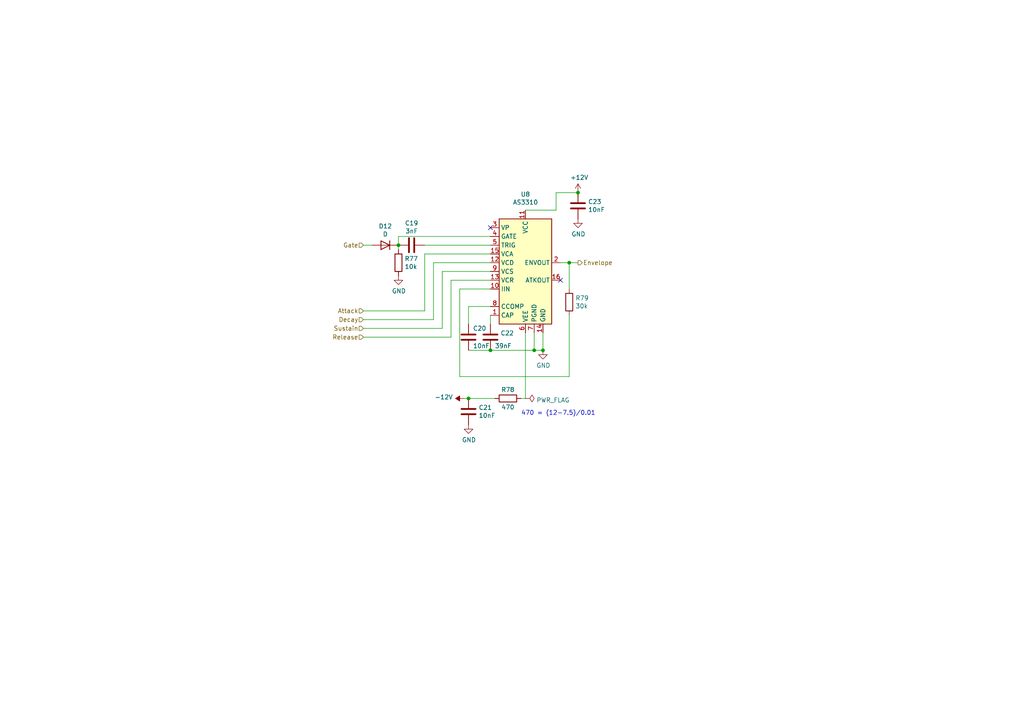
<source format=kicad_sch>
(kicad_sch (version 20211123) (generator eeschema)
  (paper "A4")
  (lib_symbols
    (symbol "Audio:AS3310"
      (property "Reference" "U" (at -5.08 17.78 0))
      (property "Value" "AS3310" (at 5.08 17.78 0))
      (symbol "AS3310_0_1"
        (rectangle (start 7.62 -15.24) (end -7.62 15.24) (stroke (width 0.254)) (fill (type background)))
      )
      (symbol "AS3310_1_1"
        (pin passive line (at -10.16 -12.7 0) (length 2.54) (name "CAP") (number "1"))
        (pin input line (at -10.16 -5.08 0) (length 2.54) (name "IIN") (number "10"))
        (pin power_in line (at 0 17.78 270) (length 2.54) (name "VCC") (number "11"))
        (pin input line (at -10.16 2.54 0) (length 2.54) (name "VCD") (number "12"))
        (pin input line (at -10.16 -2.54 0) (length 2.54) (name "VCR") (number "13"))
        (pin power_in line (at 5.08 -17.78 90) (length 2.54) (name "GND") (number "14"))
        (pin input line (at -10.16 5.08 0) (length 2.54) (name "VCA") (number "15"))
        (pin output line (at 10.16 -2.54 180) (length 2.54) (name "ATKOUT") (number "16"))
        (pin output line (at 10.16 2.54 180) (length 2.54) (name "ENVOUT") (number "2"))
        (pin input line (at -10.16 12.7 0) (length 2.54) (name "VP") (number "3"))
        (pin input line (at -10.16 10.16 0) (length 2.54) (name "GATE") (number "4"))
        (pin input line (at -10.16 7.62 0) (length 2.54) (name "TRIG") (number "5"))
        (pin power_in line (at 0 -17.78 90) (length 2.54) (name "VEE") (number "6"))
        (pin power_in line (at 2.54 -17.78 90) (length 2.54) (name "PGND") (number "7"))
        (pin passive line (at -10.16 -10.16 0) (length 2.54) (name "CCOMP") (number "8"))
        (pin input line (at -10.16 0 0) (length 2.54) (name "VCS") (number "9"))
      )
    )
    (symbol "Device:C" (pin_numbers hide) (pin_names (offset 0.254))
      (property "Reference" "C" (at 0.635 2.54 0))
      (property "Value" "C" (at 0.635 -2.54 0))
      (symbol "C_0_1"
        (polyline (pts (xy -2.032 -0.762) (xy 2.032 -0.762)) (stroke (width 0.508)))
        (polyline (pts (xy -2.032 0.762) (xy 2.032 0.762)) (stroke (width 0.508)))
      )
      (symbol "C_1_1"
        (pin passive line (at 0 3.81 270) (length 2.794) (name "~") (number "1"))
        (pin passive line (at 0 -3.81 90) (length 2.794) (name "~") (number "2"))
      )
    )
    (symbol "Device:D" (pin_numbers hide) (pin_names (offset 1.016) hide)
      (property "Reference" "D" (at 0 2.54 0))
      (property "Value" "D" (at 0 -2.54 0))
      (symbol "D_0_1"
        (polyline (pts (xy -1.27 1.27) (xy -1.27 -1.27)) (stroke (width 0.254)))
        (polyline (pts (xy 1.27 0) (xy -1.27 0)))
        (polyline (pts (xy 1.27 1.27) (xy 1.27 -1.27) (xy -1.27 0) (xy 1.27 1.27)) (stroke (width 0.254)))
      )
      (symbol "D_1_1"
        (pin passive line (at -3.81 0 0) (length 2.54) (name "K") (number "1"))
        (pin passive line (at 3.81 0 180) (length 2.54) (name "A") (number "2"))
      )
    )
    (symbol "Device:R" (pin_numbers hide) (pin_names (offset 0))
      (property "Reference" "R" (at 2.032 0 90))
      (property "Value" "R" (at 0 0 90))
      (symbol "R_0_1"
        (rectangle (start -1.016 -2.54) (end 1.016 2.54) (stroke (width 0.254)))
      )
      (symbol "R_1_1"
        (pin passive line (at 0 3.81 270) (length 1.27) (name "~") (number "1"))
        (pin passive line (at 0 -3.81 90) (length 1.27) (name "~") (number "2"))
      )
    )
    (symbol "power:+12V" (power) (pin_names (offset 0))
      (property "Value" "+12V" (at 0 3.556 0))
      (symbol "+12V_0_1"
        (polyline (pts (xy -0.762 1.27) (xy 0 2.54)))
        (polyline (pts (xy 0 0) (xy 0 2.54)))
        (polyline (pts (xy 0 2.54) (xy 0.762 1.27)))
      )
      (symbol "+12V_1_1"
        (pin power_in line (at 0 0 90) (length 0) hide (name "+12V") (number "1"))
      )
    )
    (symbol "power:-12V" (power) (pin_names (offset 0))
      (property "Value" "-12V" (at 0 3.81 0))
      (symbol "-12V_0_0"
        (pin power_in line (at 0 0 90) (length 0) hide (name "-12V") (number "1"))
      )
      (symbol "-12V_0_1"
        (polyline (pts (xy 0 0) (xy 0 1.27) (xy 0.762 1.27) (xy 0 2.54) (xy -0.762 1.27) (xy 0 1.27)) (fill (type outline)))
      )
    )
    (symbol "power:GND" (power) (pin_names (offset 0))
      (property "Value" "GND" (at 0 -3.81 0))
      (symbol "GND_0_1"
        (polyline (pts (xy 0 0) (xy 0 -1.27) (xy 1.27 -1.27) (xy 0 -2.54) (xy -1.27 -1.27) (xy 0 -1.27)))
      )
      (symbol "GND_1_1"
        (pin power_in line (at 0 0 270) (length 0) hide (name "GND") (number "1"))
      )
    )
    (symbol "power:PWR_FLAG" (power) (pin_numbers hide) (pin_names (offset 0) hide)
      (property "Value" "PWR_FLAG" (at 0 3.81 0))
      (symbol "PWR_FLAG_0_0"
        (pin power_out line (at 0 0 90) (length 0) (name "pwr") (number "1"))
      )
      (symbol "PWR_FLAG_0_1"
        (polyline (pts (xy 0 0) (xy 0 1.27) (xy -1.016 1.905) (xy 0 2.54) (xy 1.016 1.905) (xy 0 1.27)))
      )
    )
  )
  (junction (at 165.1 76.2))
  (junction (at 115.57 71.12))
  (junction (at 154.94 101.6))
  (junction (at 167.64 55.88))
  (junction (at 157.48 101.6))
  (junction (at 135.89 115.57))
  (junction (at 142.24 101.6))
  (no_connect (at 142.24 66.04))
  (no_connect (at 162.56 81.28))
  (wire (pts (xy 161.29 55.88) (xy 161.29 60.96)))
  (wire (pts (xy 167.64 55.88) (xy 161.29 55.88)))
  (wire (pts (xy 152.4 96.52) (xy 152.4 115.57)))
  (wire (pts (xy 142.24 73.66) (xy 123.19 73.66)))
  (wire (pts (xy 142.24 91.44) (xy 142.24 93.98)))
  (wire (pts (xy 130.81 97.79) (xy 105.41 97.79)))
  (wire (pts (xy 115.57 71.12) (xy 115.57 72.39)))
  (wire (pts (xy 142.24 76.2) (xy 125.73 76.2)))
  (wire (pts (xy 135.89 101.6) (xy 142.24 101.6)))
  (wire (pts (xy 152.4 115.57) (xy 151.13 115.57)))
  (wire (pts (xy 115.57 68.58) (xy 115.57 71.12)))
  (wire (pts (xy 115.57 68.58) (xy 142.24 68.58)))
  (wire (pts (xy 165.1 91.44) (xy 165.1 109.22)))
  (wire (pts (xy 142.24 101.6) (xy 154.94 101.6)))
  (wire (pts (xy 128.27 95.25) (xy 105.41 95.25)))
  (wire (pts (xy 123.19 73.66) (xy 123.19 90.17)))
  (wire (pts (xy 154.94 101.6) (xy 157.48 101.6)))
  (wire (pts (xy 165.1 76.2) (xy 167.64 76.2)))
  (wire (pts (xy 125.73 76.2) (xy 125.73 92.71)))
  (wire (pts (xy 107.95 71.12) (xy 105.41 71.12)))
  (wire (pts (xy 125.73 92.71) (xy 105.41 92.71)))
  (wire (pts (xy 130.81 81.28) (xy 130.81 97.79)))
  (wire (pts (xy 154.94 96.52) (xy 154.94 101.6)))
  (wire (pts (xy 142.24 81.28) (xy 130.81 81.28)))
  (wire (pts (xy 167.64 57.15) (xy 167.64 55.88)))
  (wire (pts (xy 123.19 71.12) (xy 142.24 71.12)))
  (wire (pts (xy 135.89 115.57) (xy 143.51 115.57)))
  (wire (pts (xy 135.89 93.98) (xy 135.89 88.9)))
  (wire (pts (xy 165.1 109.22) (xy 133.35 109.22)))
  (wire (pts (xy 133.35 109.22) (xy 133.35 83.82)))
  (wire (pts (xy 133.35 83.82) (xy 142.24 83.82)))
  (wire (pts (xy 142.24 78.74) (xy 128.27 78.74)))
  (wire (pts (xy 165.1 76.2) (xy 165.1 83.82)))
  (wire (pts (xy 157.48 96.52) (xy 157.48 101.6)))
  (wire (pts (xy 152.4 60.96) (xy 161.29 60.96)))
  (wire (pts (xy 162.56 76.2) (xy 165.1 76.2)))
  (wire (pts (xy 134.62 115.57) (xy 135.89 115.57)))
  (wire (pts (xy 135.89 88.9) (xy 142.24 88.9)))
  (wire (pts (xy 128.27 78.74) (xy 128.27 95.25)))
  (wire (pts (xy 123.19 90.17) (xy 105.41 90.17)))
  (text "470 = (12-7.5)/0.01" (at 151.13 120.65 0) (effects (font (size 1.27 1.27)) (justify left bottom)))
  (hierarchical_label "Envelope" (shape output) (at 167.64 76.2 0))
  (hierarchical_label "Attack" (shape input) (at 105.41 90.17 180))
  (hierarchical_label "Release" (shape input) (at 105.41 97.79 180))
  (hierarchical_label "Gate" (shape input) (at 105.41 71.12 180))
  (hierarchical_label "Decay" (shape input) (at 105.41 92.71 180))
  (hierarchical_label "Sustain" (shape input) (at 105.41 95.25 180))
  (symbol (lib_id "Device:D") (at 111.76 71.12 180) (unit 1)
    (property "Reference" "D12" (at 111.76 65.6082 0))
    (property "Value" "D" (at 111.76 67.9196 0))
    (property "Footprint" "Diode_THT:D_A-405_P7.62mm_Horizontal" (effects hide))
  )
  (symbol (lib_id "power:GND") (at 115.57 80.01 0) (unit 1)
    (property "Reference" "#PWR075" (effects hide))
    (property "Value" "GND" (at 115.697 84.4042 0))
  )
  (symbol (lib_id "Device:R") (at 115.57 76.2 0) (unit 1)
    (property "Reference" "R77" (at 117.348 75.0316 0) (effects (justify left)))
    (property "Value" "10k" (at 117.348 77.343 0) (effects (justify left)))
    (property "Footprint" "Resistor_SMD:R_1206_3216Metric_Pad1.30x1.75mm_HandSolder" (effects hide))
  )
  (symbol (lib_id "Device:C") (at 119.38 71.12 90) (unit 1)
    (property "Reference" "C19" (at 119.38 64.7192 90))
    (property "Value" "3nF" (at 119.38 67.0306 90))
    (property "Footprint" "Capacitor_THT:C_Disc_D5.1mm_W3.2mm_P5.00mm" (effects hide))
  )
  (symbol (lib_id "power:GND") (at 157.48 101.6 0) (unit 1)
    (property "Reference" "#PWR078" (effects hide))
    (property "Value" "GND" (at 157.607 105.9942 0))
  )
  (symbol (lib_id "Audio:AS3310") (at 152.4 78.74 0) (unit 1)
    (property "Reference" "U8" (at 152.4 56.3626 0))
    (property "Value" "AS3310" (at 152.4 58.674 0))
    (property "Footprint" "Package_DIP:DIP-16_W7.62mm" (effects hide))
    (property "Datasheet" "http://www.alfarzpp.lv/eng/sc/AS3310.pdf" (effects hide))
  )
  (symbol (lib_id "Device:R") (at 165.1 87.63 0) (unit 1)
    (property "Reference" "R79" (at 166.878 86.4616 0) (effects (justify left)))
    (property "Value" "30k" (at 166.878 88.773 0) (effects (justify left)))
    (property "Footprint" "Resistor_SMD:R_1206_3216Metric_Pad1.30x1.75mm_HandSolder" (effects hide))
  )
  (symbol (lib_id "Device:C") (at 142.24 97.79 0) (unit 1)
    (property "Reference" "C22" (at 145.161 96.6216 0) (effects (justify left)))
    (property "Value" "39nF" (at 143.51 100.33 0) (effects (justify left)))
    (property "Footprint" "Capacitor_THT:C_Disc_D5.1mm_W3.2mm_P5.00mm" (effects hide))
  )
  (symbol (lib_id "Device:C") (at 135.89 97.79 0) (unit 1)
    (property "Reference" "C20" (at 137.16 95.25 0) (effects (justify left)))
    (property "Value" "10nF" (at 137.16 100.33 0) (effects (justify left)))
    (property "Footprint" "Capacitor_THT:C_Disc_D5.1mm_W3.2mm_P5.00mm" (effects hide))
  )
  (symbol (lib_id "power:+12V") (at 167.64 55.88 0) (unit 1)
    (property "Reference" "#PWR079" (effects hide))
    (property "Value" "+12V" (at 168.021 51.4858 0))
  )
  (symbol (lib_id "Device:R") (at 147.32 115.57 270) (unit 1)
    (property "Reference" "R78" (at 147.32 113.03 90))
    (property "Value" "470" (at 147.32 118.11 90))
    (property "Footprint" "Resistor_SMD:R_1206_3216Metric_Pad1.30x1.75mm_HandSolder" (effects hide))
  )
  (symbol (lib_id "power:-12V") (at 134.62 115.57 90) (unit 1)
    (property "Reference" "#PWR076" (effects hide))
    (property "Value" "-12V" (at 131.3688 115.189 90) (effects (justify left)))
  )
  (symbol (lib_id "Device:C") (at 135.89 119.38 180) (unit 1)
    (property "Reference" "C21" (at 138.811 118.2116 0) (effects (justify right)))
    (property "Value" "10nF" (at 138.811 120.523 0) (effects (justify right)))
    (property "Footprint" "Capacitor_THT:C_Disc_D5.1mm_W3.2mm_P5.00mm" (effects hide))
  )
  (symbol (lib_id "power:GND") (at 167.64 63.5 0) (unit 1)
    (property "Reference" "#PWR080" (effects hide))
    (property "Value" "GND" (at 167.767 67.8942 0))
  )
  (symbol (lib_id "Device:C") (at 167.64 59.69 180) (unit 1)
    (property "Reference" "C23" (at 170.561 58.5216 0) (effects (justify right)))
    (property "Value" "10nF" (at 170.561 60.833 0) (effects (justify right)))
    (property "Footprint" "Capacitor_THT:C_Disc_D5.1mm_W3.2mm_P5.00mm" (effects hide))
  )
  (symbol (lib_id "power:GND") (at 135.89 123.19 0) (unit 1)
    (property "Reference" "#PWR077" (effects hide))
    (property "Value" "GND" (at 136.017 127.5842 0))
  )
  (symbol (lib_id "power:PWR_FLAG") (at 152.4 115.57 270) (unit 1)
    (property "Reference" "#FLG0104" (effects hide))
    (property "Value" "PWR_FLAG" (at 155.575 116.049 90) (effects (justify left)))
  )
)
</source>
